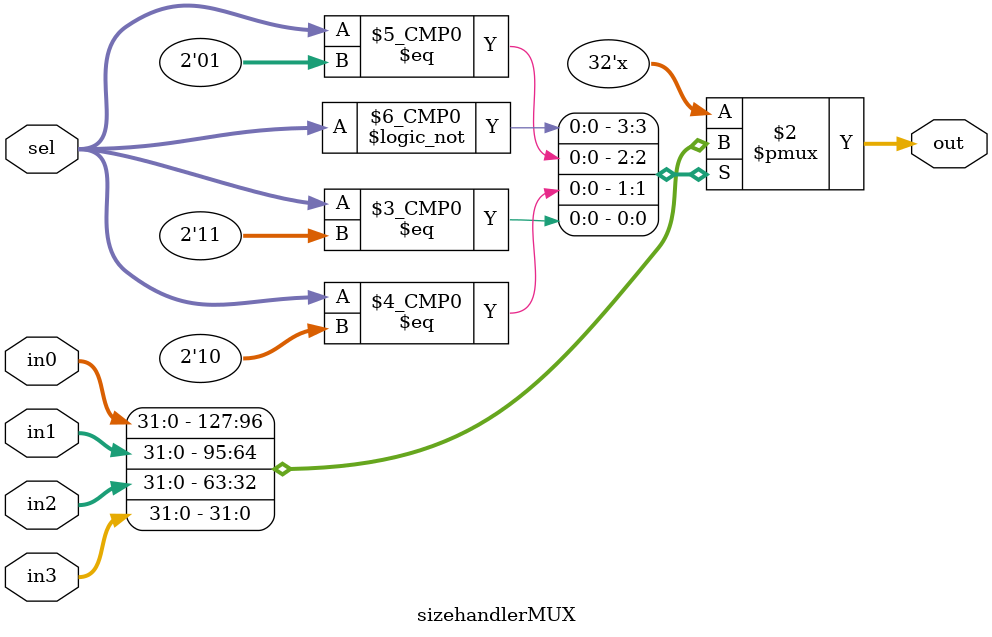
<source format=v>
module sizehandlerMUX (
    input wire [1:0] sel,
    input wire [31:0] in0,
    input wire [31:0] in1,
    input wire [31:0] in2,
    input wire [31:0] in3,
    output reg [31:0] out
);


// os outs estão selecionados em ordem dos inputs, o primeiro input (mem) vai ser a saida do primeiro caso (sel = 0...)
    always @(*) begin
        case (sel)
            2'b00: 
                out = in0;
            2'b01:
                out = in1;
            2'b10:
                out = in2;
            2'b11:
                out = in3;
            default:
                out = 32'b00000000000000000000000000000000; // Valor padrão
        endcase
    end

endmodule
</source>
